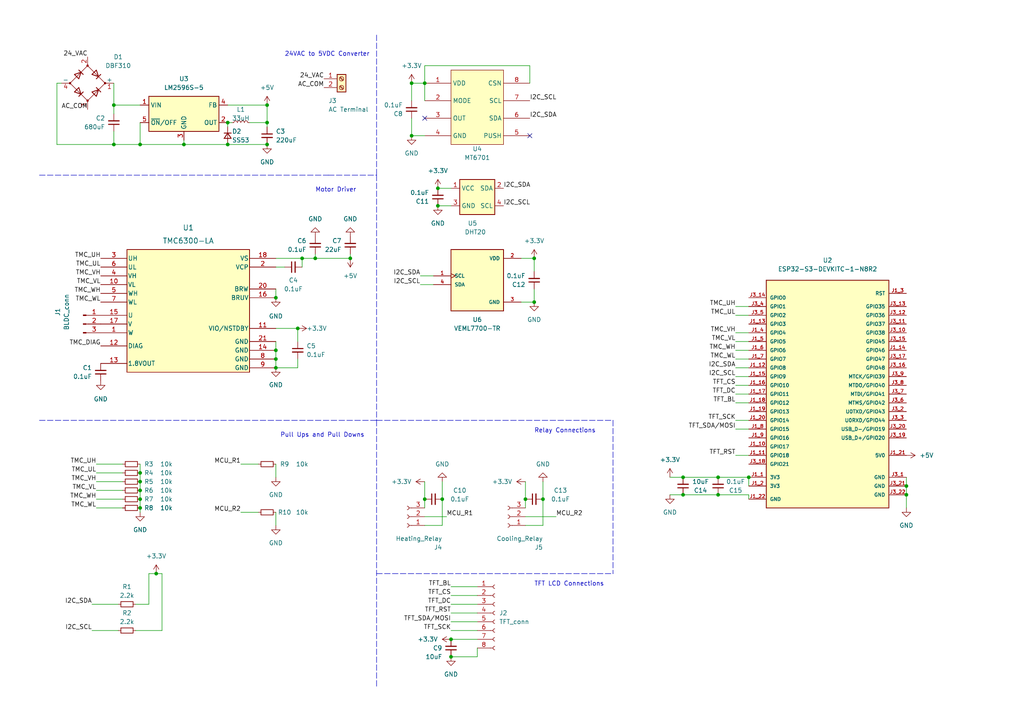
<source format=kicad_sch>
(kicad_sch (version 20211123) (generator eeschema)
  (paper "A4")
  (lib_symbols
    (symbol "2024-01-22_22-53-11:TMC6300-LA" (pin_names (offset 0.254))
      (property "Reference" "U?" (at 25.4 11.43 0))
      (property "Value" "TMC6300-LA" (at 25.4 7.62 0))
      (symbol "TMC6300-LA_0_1"
        (polyline (pts (xy 7.62 -30.48) (xy 43.18 -30.48)) (stroke (width 0.127)))
        (polyline (pts (xy 7.62 5.08) (xy 7.62 -30.48)) (stroke (width 0.127)))
        (polyline (pts (xy 43.18 -30.48) (xy 43.18 5.08)) (stroke (width 0.127)))
        (polyline (pts (xy 43.18 5.08) (xy 7.62 5.08)) (stroke (width 0.127)))
        (rectangle (start 7.62 5.08) (end 43.18 -30.48))
        (rectangle (start 7.62 5.08) (end 43.18 -30.48) (fill (type background)))
        (pin output line (at 0 -19.05 0) (length 7.62) (name "W") (number "1"))
        (pin input line (at 0 -5.08 0) (length 7.62) (name "VL") (number "10"))
        (pin power_in line (at 50.8 -17.78 180) (length 7.62) (name "VIO/NSTDBY") (number "11"))
        (pin output line (at 0 -22.86 0) (length 7.62) (name "DIAG") (number "12"))
        (pin power_in line (at 0 -27.94 0) (length 7.62) (name "1.8VOUT") (number "13"))
        (pin power_out line (at 50.8 -24.13 180) (length 7.62) (name "GND") (number "14"))
        (pin output line (at 0 -13.97 0) (length 7.62) (name "U") (number "15"))
        (pin unspecified line (at 50.8 -8.89 180) (length 7.62) (name "BRUV") (number "16"))
        (pin output line (at 0 -16.51 0) (length 7.62) (name "V") (number "17"))
        (pin power_in line (at 50.8 2.54 180) (length 7.62) (name "VS") (number "18"))
        (pin power_in line (at 50.8 0 180) (length 7.62) (name "VCP") (number "2"))
        (pin unspecified line (at 50.8 -6.35 180) (length 7.62) (name "BRW") (number "20"))
        (pin power_out line (at 50.8 -21.59 180) (length 7.62) (name "GND") (number "21"))
        (pin input line (at 0 2.54 0) (length 7.62) (name "UH") (number "3"))
        (pin input line (at 0 -2.54 0) (length 7.62) (name "VH") (number "4"))
        (pin input line (at 0 -7.62 0) (length 7.62) (name "WH") (number "5"))
        (pin input line (at 0 0 0) (length 7.62) (name "UL") (number "6"))
        (pin input line (at 0 -10.16 0) (length 7.62) (name "WL") (number "7"))
        (pin power_out line (at 50.8 -26.67 180) (length 7.62) (name "GND") (number "8"))
        (pin power_out line (at 50.8 -29.21 180) (length 7.62) (name "GND") (number "9"))
      )
    )
    (symbol "Connector:Conn_01x03_Female" (pin_names (offset 1.016) hide)
      (property "Reference" "J" (at 0 5.08 0))
      (property "Value" "Conn_01x03_Female" (at 0 -5.08 0))
      (symbol "Conn_01x03_Female_1_1"
        (arc (start 0 -2.032) (mid -0.508 -2.54) (end 0 -3.048) (stroke (width 0.1524)))
        (polyline (pts (xy -1.27 -2.54) (xy -0.508 -2.54)) (stroke (width 0.1524)))
        (polyline (pts (xy -1.27 0) (xy -0.508 0)) (stroke (width 0.1524)))
        (polyline (pts (xy -1.27 2.54) (xy -0.508 2.54)) (stroke (width 0.1524)))
        (arc (start 0 0.508) (mid -0.508 0) (end 0 -0.508) (stroke (width 0.1524)))
        (arc (start 0 3.048) (mid -0.508 2.54) (end 0 2.032) (stroke (width 0.1524)))
        (pin passive line (at -5.08 2.54 0) (length 3.81) (name "Pin_1") (number "1"))
        (pin passive line (at -5.08 0 0) (length 3.81) (name "Pin_2") (number "2"))
        (pin passive line (at -5.08 -2.54 0) (length 3.81) (name "Pin_3") (number "3"))
      )
    )
    (symbol "Connector:Conn_01x03_Male" (pin_names (offset 1.016) hide)
      (property "Reference" "J" (at 0 5.08 0))
      (property "Value" "Conn_01x03_Male" (at 0 -5.08 0))
      (symbol "Conn_01x03_Male_1_1"
        (polyline (pts (xy 1.27 -2.54) (xy 0.8636 -2.54)) (stroke (width 0.1524)))
        (polyline (pts (xy 1.27 0) (xy 0.8636 0)) (stroke (width 0.1524)))
        (polyline (pts (xy 1.27 2.54) (xy 0.8636 2.54)) (stroke (width 0.1524)))
        (rectangle (start 0.8636 -2.413) (end 0 -2.667) (stroke (width 0.1524)) (fill (type outline)))
        (rectangle (start 0.8636 0.127) (end 0 -0.127) (stroke (width 0.1524)) (fill (type outline)))
        (rectangle (start 0.8636 2.667) (end 0 2.413) (stroke (width 0.1524)) (fill (type outline)))
        (pin passive line (at 5.08 2.54 180) (length 3.81) (name "Pin_1") (number "1"))
        (pin passive line (at 5.08 0 180) (length 3.81) (name "Pin_2") (number "2"))
        (pin passive line (at 5.08 -2.54 180) (length 3.81) (name "Pin_3") (number "3"))
      )
    )
    (symbol "Connector:Conn_01x08_Female" (pin_names (offset 1.016) hide)
      (property "Reference" "J" (at 0 10.16 0))
      (property "Value" "Conn_01x08_Female" (at 0 -12.7 0))
      (symbol "Conn_01x08_Female_1_1"
        (arc (start 0 -9.652) (mid -0.508 -10.16) (end 0 -10.668) (stroke (width 0.1524)))
        (arc (start 0 -7.112) (mid -0.508 -7.62) (end 0 -8.128) (stroke (width 0.1524)))
        (arc (start 0 -4.572) (mid -0.508 -5.08) (end 0 -5.588) (stroke (width 0.1524)))
        (arc (start 0 -2.032) (mid -0.508 -2.54) (end 0 -3.048) (stroke (width 0.1524)))
        (polyline (pts (xy -1.27 -10.16) (xy -0.508 -10.16)) (stroke (width 0.1524)))
        (polyline (pts (xy -1.27 -7.62) (xy -0.508 -7.62)) (stroke (width 0.1524)))
        (polyline (pts (xy -1.27 -5.08) (xy -0.508 -5.08)) (stroke (width 0.1524)))
        (polyline (pts (xy -1.27 -2.54) (xy -0.508 -2.54)) (stroke (width 0.1524)))
        (polyline (pts (xy -1.27 0) (xy -0.508 0)) (stroke (width 0.1524)))
        (polyline (pts (xy -1.27 2.54) (xy -0.508 2.54)) (stroke (width 0.1524)))
        (polyline (pts (xy -1.27 5.08) (xy -0.508 5.08)) (stroke (width 0.1524)))
        (polyline (pts (xy -1.27 7.62) (xy -0.508 7.62)) (stroke (width 0.1524)))
        (arc (start 0 0.508) (mid -0.508 0) (end 0 -0.508) (stroke (width 0.1524)))
        (arc (start 0 3.048) (mid -0.508 2.54) (end 0 2.032) (stroke (width 0.1524)))
        (arc (start 0 5.588) (mid -0.508 5.08) (end 0 4.572) (stroke (width 0.1524)))
        (arc (start 0 8.128) (mid -0.508 7.62) (end 0 7.112) (stroke (width 0.1524)))
        (pin passive line (at -5.08 7.62 0) (length 3.81) (name "Pin_1") (number "1"))
        (pin passive line (at -5.08 5.08 0) (length 3.81) (name "Pin_2") (number "2"))
        (pin passive line (at -5.08 2.54 0) (length 3.81) (name "Pin_3") (number "3"))
        (pin passive line (at -5.08 0 0) (length 3.81) (name "Pin_4") (number "4"))
        (pin passive line (at -5.08 -2.54 0) (length 3.81) (name "Pin_5") (number "5"))
        (pin passive line (at -5.08 -5.08 0) (length 3.81) (name "Pin_6") (number "6"))
        (pin passive line (at -5.08 -7.62 0) (length 3.81) (name "Pin_7") (number "7"))
        (pin passive line (at -5.08 -10.16 0) (length 3.81) (name "Pin_8") (number "8"))
      )
    )
    (symbol "Connector:Screw_Terminal_01x02" (pin_names (offset 1.016) hide)
      (property "Reference" "J" (at 0 2.54 0))
      (property "Value" "Screw_Terminal_01x02" (at 0 -5.08 0))
      (symbol "Screw_Terminal_01x02_1_1"
        (rectangle (start -1.27 1.27) (end 1.27 -3.81) (stroke (width 0.254)) (fill (type background)))
        (circle (center 0 -2.54) (radius 0.635) (stroke (width 0.1524)))
        (polyline (pts (xy -0.5334 -2.2098) (xy 0.3302 -3.048)) (stroke (width 0.1524)))
        (polyline (pts (xy -0.5334 0.3302) (xy 0.3302 -0.508)) (stroke (width 0.1524)))
        (polyline (pts (xy -0.3556 -2.032) (xy 0.508 -2.8702)) (stroke (width 0.1524)))
        (polyline (pts (xy -0.3556 0.508) (xy 0.508 -0.3302)) (stroke (width 0.1524)))
        (circle (center 0 0) (radius 0.635) (stroke (width 0.1524)))
        (pin passive line (at -5.08 0 0) (length 3.81) (name "Pin_1") (number "1"))
        (pin passive line (at -5.08 -2.54 0) (length 3.81) (name "Pin_2") (number "2"))
      )
    )
    (symbol "Device:C_Small" (pin_numbers hide) (pin_names (offset 0.254) hide)
      (property "Reference" "C" (at 0.254 1.778 0))
      (property "Value" "C_Small" (at 0.254 -2.032 0))
      (symbol "C_Small_0_1"
        (polyline (pts (xy -1.524 -0.508) (xy 1.524 -0.508)) (stroke (width 0.3302)))
        (polyline (pts (xy -1.524 0.508) (xy 1.524 0.508)) (stroke (width 0.3048)))
      )
      (symbol "C_Small_1_1"
        (pin passive line (at 0 2.54 270) (length 2.032) (name "~") (number "1"))
        (pin passive line (at 0 -2.54 90) (length 2.032) (name "~") (number "2"))
      )
    )
    (symbol "Device:D_Bridge_+AA-" (pin_names (offset 0))
      (property "Reference" "D" (at 2.54 6.985 0))
      (property "Value" "D_Bridge_+AA-" (at 2.54 5.08 0))
      (symbol "D_Bridge_+AA-_0_1"
        (circle (center -5.08 0) (radius 0.254) (fill (type outline)))
        (circle (center 0 -5.08) (radius 0.254) (fill (type outline)))
        (polyline (pts (xy -2.54 3.81) (xy -1.27 2.54)) (stroke (width 0.254)))
        (polyline (pts (xy -1.27 -2.54) (xy -2.54 -3.81)) (stroke (width 0.254)))
        (polyline (pts (xy 2.54 -1.27) (xy 3.81 -2.54)) (stroke (width 0.254)))
        (polyline (pts (xy 2.54 1.27) (xy 3.81 2.54)) (stroke (width 0.254)))
        (polyline (pts (xy -3.81 2.54) (xy -2.54 1.27) (xy -1.905 3.175) (xy -3.81 2.54)) (stroke (width 0.254)))
        (polyline (pts (xy -2.54 -1.27) (xy -3.81 -2.54) (xy -1.905 -3.175) (xy -2.54 -1.27)) (stroke (width 0.254)))
        (polyline (pts (xy 1.27 2.54) (xy 2.54 3.81) (xy 3.175 1.905) (xy 1.27 2.54)) (stroke (width 0.254)))
        (polyline (pts (xy 3.175 -1.905) (xy 1.27 -2.54) (xy 2.54 -3.81) (xy 3.175 -1.905)) (stroke (width 0.254)))
        (polyline (pts (xy -5.08 0) (xy 0 -5.08) (xy 5.08 0) (xy 0 5.08) (xy -5.08 0)))
        (circle (center 0 5.08) (radius 0.254) (fill (type outline)))
        (circle (center 5.08 0) (radius 0.254) (fill (type outline)))
      )
      (symbol "D_Bridge_+AA-_1_1"
        (pin passive line (at 7.62 0 180) (length 2.54) (name "+") (number "1"))
        (pin passive line (at 0 7.62 270) (length 2.54) (name "~") (number "2"))
        (pin passive line (at 0 -7.62 90) (length 2.54) (name "~") (number "3"))
        (pin passive line (at -7.62 0 0) (length 2.54) (name "-") (number "4"))
      )
    )
    (symbol "Device:D_Small" (pin_numbers hide) (pin_names (offset 0.254) hide)
      (property "Reference" "D" (at -1.27 2.032 0))
      (property "Value" "D_Small" (at -3.81 -2.032 0))
      (symbol "D_Small_0_1"
        (polyline (pts (xy -0.762 -1.016) (xy -0.762 1.016)) (stroke (width 0.254)))
        (polyline (pts (xy -0.762 0) (xy 0.762 0)))
        (polyline (pts (xy 0.762 -1.016) (xy -0.762 0) (xy 0.762 1.016) (xy 0.762 -1.016)) (stroke (width 0.254)))
      )
      (symbol "D_Small_1_1"
        (pin passive line (at -2.54 0 0) (length 1.778) (name "K") (number "1"))
        (pin passive line (at 2.54 0 180) (length 1.778) (name "A") (number "2"))
      )
    )
    (symbol "Device:L_Small" (pin_numbers hide) (pin_names (offset 0.254) hide)
      (property "Reference" "L" (at 0.762 1.016 0))
      (property "Value" "L_Small" (at 0.762 -1.016 0))
      (symbol "L_Small_0_1"
        (arc (start 0 -2.032) (mid 0.508 -1.524) (end 0 -1.016))
        (arc (start 0 -1.016) (mid 0.508 -0.508) (end 0 0))
        (arc (start 0 0) (mid 0.508 0.508) (end 0 1.016))
        (arc (start 0 1.016) (mid 0.508 1.524) (end 0 2.032))
      )
      (symbol "L_Small_1_1"
        (pin passive line (at 0 2.54 270) (length 0.508) (name "~") (number "1"))
        (pin passive line (at 0 -2.54 90) (length 0.508) (name "~") (number "2"))
      )
    )
    (symbol "Device:R_Small" (pin_numbers hide) (pin_names (offset 0.254) hide)
      (property "Reference" "R" (at 0.762 0.508 0))
      (property "Value" "R_Small" (at 0.762 -1.016 0))
      (symbol "R_Small_0_1"
        (rectangle (start -0.762 1.778) (end 0.762 -1.778) (stroke (width 0.2032)))
      )
      (symbol "R_Small_1_1"
        (pin passive line (at 0 2.54 270) (length 0.762) (name "~") (number "1"))
        (pin passive line (at 0 -2.54 90) (length 0.762) (name "~") (number "2"))
      )
    )
    (symbol "ESP32-S3-DEVKITC-1-N8R2:ESP32-S3-DEVKITC-1-N8R2" (pin_names (offset 1.016))
      (property "Reference" "U2" (at 0 38.8018 0))
      (property "Value" "ESP32-S3-DEVKITC-1-N8R2" (at 0 36.2618 0))
      (symbol "ESP32-S3-DEVKITC-1-N8R2_0_0"
        (rectangle (start -17.78 -33.02) (end 17.78 33.02) (stroke (width 0.254)) (fill (type background)))
        (pin power_in line (at -22.86 -24.13 0) (length 5.08) (name "3V3") (number "J1_1"))
        (pin bidirectional line (at -22.86 -15.24 0) (length 5.08) (name "GPIO17") (number "J1_10"))
        (pin bidirectional line (at -22.86 -17.78 0) (length 5.08) (name "GPIO18") (number "J1_11"))
        (pin bidirectional line (at -22.86 7.62 0) (length 5.08) (name "GPIO8") (number "J1_12"))
        (pin bidirectional line (at -22.86 20.32 0) (length 5.08) (name "GPIO3") (number "J1_13"))
        (pin bidirectional line (at 22.86 12.7 180) (length 5.08) (name "GPIO46") (number "J1_14"))
        (pin bidirectional line (at -22.86 5.08 0) (length 5.08) (name "GPIO9") (number "J1_15"))
        (pin bidirectional line (at -22.86 2.54 0) (length 5.08) (name "GPIO10") (number "J1_16"))
        (pin bidirectional line (at -22.86 0 0) (length 5.08) (name "GPIO11") (number "J1_17"))
        (pin bidirectional line (at -22.86 -2.54 0) (length 5.08) (name "GPIO12") (number "J1_18"))
        (pin bidirectional line (at -22.86 -5.08 0) (length 5.08) (name "GPIO13") (number "J1_19"))
        (pin power_in line (at -22.86 -26.67 0) (length 5.08) (name "3V3") (number "J1_2"))
        (pin bidirectional line (at -22.86 -7.62 0) (length 5.08) (name "GPIO14") (number "J1_20"))
        (pin power_in line (at 22.86 -17.78 180) (length 5.08) (name "5V0") (number "J1_21"))
        (pin power_in line (at -22.86 -30.48 0) (length 5.08) (name "GND") (number "J1_22"))
        (pin input line (at 22.86 29.21 180) (length 5.08) (name "RST") (number "J1_3"))
        (pin bidirectional line (at -22.86 17.78 0) (length 5.08) (name "GPIO4") (number "J1_4"))
        (pin bidirectional line (at -22.86 15.24 0) (length 5.08) (name "GPIO5") (number "J1_5"))
        (pin bidirectional line (at -22.86 12.7 0) (length 5.08) (name "GPIO6") (number "J1_6"))
        (pin bidirectional line (at -22.86 10.16 0) (length 5.08) (name "GPIO7") (number "J1_7"))
        (pin bidirectional line (at -22.86 -10.16 0) (length 5.08) (name "GPIO15") (number "J1_8"))
        (pin bidirectional line (at -22.86 -12.7 0) (length 5.08) (name "GPIO16") (number "J1_9"))
        (pin power_in line (at 22.86 -24.13 180) (length 5.08) (name "GND") (number "J3_1"))
        (pin bidirectional line (at 22.86 17.78 180) (length 5.08) (name "GPIO38") (number "J3_10"))
        (pin bidirectional line (at 22.86 20.32 180) (length 5.08) (name "GPIO37") (number "J3_11"))
        (pin bidirectional line (at 22.86 22.86 180) (length 5.08) (name "GPIO36") (number "J3_12"))
        (pin bidirectional line (at 22.86 25.4 180) (length 5.08) (name "GPIO35") (number "J3_13"))
        (pin bidirectional line (at -22.86 27.94 0) (length 5.08) (name "GPIO0") (number "J3_14"))
        (pin bidirectional line (at 22.86 15.24 180) (length 5.08) (name "GPIO45") (number "J3_15"))
        (pin bidirectional line (at 22.86 7.62 180) (length 5.08) (name "GPIO48") (number "J3_16"))
        (pin bidirectional line (at 22.86 10.16 180) (length 5.08) (name "GPIO47") (number "J3_17"))
        (pin bidirectional line (at -22.86 -20.32 0) (length 5.08) (name "GPIO21") (number "J3_18"))
        (pin bidirectional line (at 22.86 -12.7 180) (length 5.08) (name "USB_D+/GPIO20") (number "J3_19"))
        (pin bidirectional line (at 22.86 -5.08 180) (length 5.08) (name "U0TXD/GPIO43") (number "J3_2"))
        (pin bidirectional line (at 22.86 -10.16 180) (length 5.08) (name "USB_D-/GPIO19") (number "J3_20"))
        (pin power_in line (at 22.86 -26.67 180) (length 5.08) (name "GND") (number "J3_21"))
        (pin power_in line (at 22.86 -29.21 180) (length 5.08) (name "GND") (number "J3_22"))
        (pin bidirectional line (at 22.86 -7.62 180) (length 5.08) (name "U0RXD/GPIO44") (number "J3_3"))
        (pin bidirectional line (at -22.86 25.4 0) (length 5.08) (name "GPIO1") (number "J3_4"))
        (pin bidirectional line (at -22.86 22.86 0) (length 5.08) (name "GPIO2") (number "J3_5"))
        (pin bidirectional line (at 22.86 -2.54 180) (length 5.08) (name "MTMS/GPIO42") (number "J3_6"))
        (pin bidirectional line (at 22.86 0 180) (length 5.08) (name "MTDI/GPIO41") (number "J3_7"))
        (pin bidirectional line (at 22.86 2.54 180) (length 5.08) (name "MTDO/GPIO40") (number "J3_8"))
        (pin bidirectional line (at 22.86 5.08 180) (length 5.08) (name "MTCK/GPIO39") (number "J3_9"))
      )
    )
    (symbol "MT6701_1"
      (property "Reference" "U?" (at 6.35 26.67 0))
      (property "Value" "MT6701_1" (at 8.255 24.13 0))
      (symbol "MT6701_1_0_1"
        (rectangle (start 0 21.59) (end 15.24 0) (fill (type background)))
        (pin input line (at -7.62 17.78 0) (length 7.62) (name "VDD") (number "1"))
        (pin input line (at -7.62 12.7 0) (length 7.62) (name "MODE") (number "2"))
        (pin output line (at -7.62 7.62 0) (length 7.62) (name "OUT") (number "3"))
        (pin free line (at -7.62 2.54 0) (length 7.62) (name "GND") (number "4"))
        (pin output line (at 22.86 2.54 180) (length 7.62) (name "PUSH") (number "5"))
        (pin output line (at 22.86 7.62 180) (length 7.62) (name "SDA") (number "6"))
        (pin output line (at 22.86 12.7 180) (length 7.62) (name "SCL") (number "7"))
        (pin output line (at 22.86 17.78 180) (length 7.62) (name "CSN") (number "8"))
      )
    )
    (symbol "Regulator_Switching:LM2596S-5"
      (property "Reference" "U" (at -10.16 6.35 0))
      (property "Value" "LM2596S-5" (at 0 6.35 0))
      (symbol "LM2596S-5_0_1"
        (rectangle (start -10.16 5.08) (end 10.16 -5.08) (stroke (width 0.254)) (fill (type background)))
      )
      (symbol "LM2596S-5_1_1"
        (pin power_in line (at -12.7 2.54 0) (length 2.54) (name "VIN") (number "1"))
        (pin output line (at 12.7 -2.54 180) (length 2.54) (name "OUT") (number "2"))
        (pin power_in line (at 0 -7.62 90) (length 2.54) (name "GND") (number "3"))
        (pin input line (at 12.7 2.54 180) (length 2.54) (name "FB") (number "4"))
        (pin input line (at -12.7 -2.54 0) (length 2.54) (name "~{ON}/OFF") (number "5"))
      )
    )
    (symbol "Sensor:DHT11"
      (property "Reference" "U?" (at 3.81 10.1601 0))
      (property "Value" "DHT20" (at 3.81 7.6201 0))
      (symbol "DHT11_0_1"
        (rectangle (start -5.08 5.08) (end 5.08 -5.08) (stroke (width 0.254)) (fill (type background)))
      )
      (symbol "DHT11_1_1"
        (pin power_in line (at -7.62 2.54 0) (length 2.54) (name "VCC") (number "1"))
        (pin output line (at 7.62 2.54 180) (length 2.54) (name "SDA") (number "2"))
        (pin power_in line (at -7.62 -2.54 0) (length 2.54) (name "GND") (number "3"))
        (pin output line (at 7.62 -2.54 180) (length 2.54) (name "SCL") (number "4"))
      )
    )
    (symbol "VEML7700-TR:VEML7700-TR" (pin_names (offset 1.016))
      (property "Reference" "U" (at -7.62 10.795 0))
      (property "Value" "VEML7700-TR" (at -7.62 -10.16 0))
      (symbol "VEML7700-TR_0_0"
        (rectangle (start -7.62 -7.62) (end 7.62 10.16) (stroke (width 0.254)) (fill (type background)))
        (pin input clock (at -12.7 2.54 0) (length 5.08) (name "SCL") (number "1"))
        (pin power_in line (at 12.7 7.62 180) (length 5.08) (name "VDD") (number "2"))
        (pin power_in line (at 12.7 -5.08 180) (length 5.08) (name "GND") (number "3"))
        (pin bidirectional line (at -12.7 0 0) (length 5.08) (name "SDA") (number "4"))
      )
    )
    (symbol "power:+3.3V" (power) (pin_names (offset 0))
      (property "Value" "+3.3V" (at 0 3.556 0))
      (symbol "+3.3V_0_1"
        (polyline (pts (xy -0.762 1.27) (xy 0 2.54)))
        (polyline (pts (xy 0 0) (xy 0 2.54)))
        (polyline (pts (xy 0 2.54) (xy 0.762 1.27)))
      )
      (symbol "+3.3V_1_1"
        (pin power_in line (at 0 0 90) (length 0) hide (name "+3.3V") (number "1"))
      )
    )
    (symbol "power:+5V" (power) (pin_names (offset 0))
      (property "Value" "+5V" (at 0 3.556 0))
      (symbol "+5V_0_1"
        (polyline (pts (xy -0.762 1.27) (xy 0 2.54)))
        (polyline (pts (xy 0 0) (xy 0 2.54)))
        (polyline (pts (xy 0 2.54) (xy 0.762 1.27)))
      )
      (symbol "+5V_1_1"
        (pin power_in line (at 0 0 90) (length 0) hide (name "+5V") (number "1"))
      )
    )
    (symbol "power:GND" (power) (pin_names (offset 0))
      (property "Value" "GND" (at 0 -3.81 0))
      (symbol "GND_0_1"
        (polyline (pts (xy 0 0) (xy 0 -1.27) (xy 1.27 -1.27) (xy 0 -2.54) (xy -1.27 -1.27) (xy 0 -1.27)))
      )
      (symbol "GND_1_1"
        (pin power_in line (at 0 0 270) (length 0) hide (name "GND") (number "1"))
      )
    )
  )
  (junction (at 53.34 41.91))
  (junction (at 33.02 41.91))
  (junction (at 217.17 138.43))
  (junction (at 45.3101 166.37))
  (junction (at 154.94 74.93))
  (junction (at 40.64 142.24))
  (junction (at 66.04 35.56))
  (junction (at 130.81 190.5))
  (junction (at 77.47 41.91))
  (junction (at 40.64 147.32))
  (junction (at 152.4 144.78))
  (junction (at 119.38 39.37))
  (junction (at 66.04 41.91))
  (junction (at 198.12 143.51))
  (junction (at 208.28 138.43))
  (junction (at 33.02 30.48))
  (junction (at 157.48 144.78))
  (junction (at 80.01 104.14))
  (junction (at 127 54.61))
  (junction (at 77.47 30.48))
  (junction (at 80.01 101.6))
  (junction (at 86.36 95.25))
  (junction (at 40.64 144.78))
  (junction (at 154.94 87.63))
  (junction (at 87.63 74.93))
  (junction (at 262.89 143.51))
  (junction (at 77.47 35.56))
  (junction (at 80.01 106.68))
  (junction (at 119.38 24.13))
  (junction (at 262.89 140.97))
  (junction (at 91.44 74.93))
  (junction (at 123.19 24.13))
  (junction (at 130.81 185.42))
  (junction (at 123.19 144.78))
  (junction (at 208.28 143.51))
  (junction (at 80.01 86.36))
  (junction (at 40.64 41.91))
  (junction (at 128.27 144.78))
  (junction (at 127 59.69))
  (junction (at 198.12 138.43))
  (junction (at 40.64 137.16))
  (junction (at 101.6 74.93))
  (junction (at 40.64 139.7))
  (no_connect (at 153.67 39.37))
  (no_connect (at 123.19 34.29))
  (wire (pts (xy 128.27 139.7) (xy 128.27 144.78)))
  (wire (pts (xy 213.36 99.06) (xy 217.17 99.06)))
  (wire (pts (xy 130.81 175.26) (xy 138.43 175.26)))
  (wire (pts (xy 130.81 182.88) (xy 138.43 182.88)))
  (wire (pts (xy 153.67 19.05) (xy 153.67 24.13)))
  (wire (pts (xy 77.47 30.48) (xy 77.47 35.56)))
  (wire (pts (xy 130.81 185.42) (xy 138.43 185.42)))
  (wire (pts (xy 128.27 144.78) (xy 128.27 152.4)))
  (wire (pts (xy 127 59.69) (xy 130.81 59.69)))
  (wire (pts (xy 39.37 175.26) (xy 43.18 175.26)))
  (wire (pts (xy 154.94 83.82) (xy 154.94 87.63)))
  (wire (pts (xy 213.36 106.68) (xy 217.17 106.68)))
  (wire (pts (xy 123.19 149.86) (xy 129.54 149.86)))
  (wire (pts (xy 86.36 106.68) (xy 86.36 104.14)))
  (wire (pts (xy 213.36 88.9) (xy 217.17 88.9)))
  (wire (pts (xy 213.36 116.84) (xy 217.17 116.84)))
  (wire (pts (xy 154.94 87.63) (xy 151.13 87.63)))
  (wire (pts (xy 123.19 147.32) (xy 123.19 144.78)))
  (wire (pts (xy 119.38 29.21) (xy 119.38 24.13)))
  (wire (pts (xy 80.01 77.47) (xy 82.55 77.47)))
  (wire (pts (xy 123.19 19.05) (xy 153.67 19.05)))
  (wire (pts (xy 80.01 99.06) (xy 80.01 101.6)))
  (wire (pts (xy 33.02 38.1) (xy 33.02 41.91)))
  (wire (pts (xy 66.04 30.48) (xy 77.47 30.48)))
  (wire (pts (xy 128.27 152.4) (xy 123.19 152.4)))
  (wire (pts (xy 152.4 149.86) (xy 161.29 149.86)))
  (wire (pts (xy 40.64 35.56) (xy 40.64 41.91)))
  (wire (pts (xy 123.19 24.13) (xy 123.19 29.21)))
  (polyline (pts (xy 109.22 121.92) (xy 109.22 199.39)))
  (wire (pts (xy 91.44 73.66) (xy 91.44 74.93)))
  (wire (pts (xy 157.48 152.4) (xy 152.4 152.4)))
  (polyline (pts (xy 95.25 50.8) (xy 109.22 50.8)))
  (polyline (pts (xy 109.22 121.92) (xy 177.8 121.92)))
  (wire (pts (xy 123.19 24.13) (xy 123.19 19.05)))
  (wire (pts (xy 119.38 39.37) (xy 123.19 39.37)))
  (wire (pts (xy 45.3101 166.37) (xy 46.99 166.37)))
  (wire (pts (xy 26.67 182.88) (xy 34.29 182.88)))
  (wire (pts (xy 80.01 106.68) (xy 86.36 106.68)))
  (wire (pts (xy 213.36 114.3) (xy 217.17 114.3)))
  (wire (pts (xy 46.99 182.88) (xy 39.37 182.88)))
  (wire (pts (xy 123.19 144.78) (xy 123.19 139.7)))
  (wire (pts (xy 130.81 172.72) (xy 138.43 172.72)))
  (polyline (pts (xy 177.8 121.92) (xy 177.8 166.37)))
  (wire (pts (xy 40.64 30.48) (xy 33.02 30.48)))
  (wire (pts (xy 213.36 91.44) (xy 217.17 91.44)))
  (polyline (pts (xy 11.43 50.8) (xy 95.25 50.8)))
  (wire (pts (xy 33.02 30.48) (xy 33.02 33.02)))
  (wire (pts (xy 130.81 177.8) (xy 138.43 177.8)))
  (wire (pts (xy 27.94 142.24) (xy 35.56 142.24)))
  (wire (pts (xy 213.36 109.22) (xy 217.17 109.22)))
  (wire (pts (xy 27.94 147.32) (xy 35.56 147.32)))
  (wire (pts (xy 213.36 132.08) (xy 217.17 132.08)))
  (wire (pts (xy 40.64 137.16) (xy 40.64 139.7)))
  (wire (pts (xy 80.01 95.25) (xy 86.36 95.25)))
  (wire (pts (xy 33.02 24.13) (xy 33.02 30.48)))
  (wire (pts (xy 16.51 24.13) (xy 16.51 41.91)))
  (wire (pts (xy 138.43 190.5) (xy 130.81 190.5)))
  (wire (pts (xy 40.64 134.62) (xy 40.64 137.16)))
  (wire (pts (xy 69.85 148.59) (xy 74.93 148.59)))
  (wire (pts (xy 40.64 142.24) (xy 40.64 144.78)))
  (wire (pts (xy 262.89 138.43) (xy 262.89 140.97)))
  (wire (pts (xy 130.81 170.18) (xy 138.43 170.18)))
  (wire (pts (xy 101.6 73.66) (xy 101.6 74.93)))
  (wire (pts (xy 119.38 34.29) (xy 119.38 39.37)))
  (wire (pts (xy 157.48 139.7) (xy 157.48 144.78)))
  (wire (pts (xy 43.18 175.26) (xy 43.18 166.37)))
  (wire (pts (xy 66.04 35.56) (xy 67.31 35.56)))
  (wire (pts (xy 152.4 147.32) (xy 152.4 144.78)))
  (wire (pts (xy 127 54.61) (xy 130.81 54.61)))
  (wire (pts (xy 53.34 40.64) (xy 53.34 41.91)))
  (wire (pts (xy 77.47 35.56) (xy 72.39 35.56)))
  (wire (pts (xy 80.01 148.59) (xy 80.01 152.4)))
  (wire (pts (xy 80.01 74.93) (xy 87.63 74.93)))
  (wire (pts (xy 43.18 166.37) (xy 45.3101 166.37)))
  (wire (pts (xy 152.4 144.78) (xy 152.4 139.7)))
  (wire (pts (xy 27.94 139.7) (xy 35.56 139.7)))
  (wire (pts (xy 80.01 83.82) (xy 80.01 86.36)))
  (wire (pts (xy 213.36 104.14) (xy 217.17 104.14)))
  (wire (pts (xy 213.36 101.6) (xy 217.17 101.6)))
  (wire (pts (xy 119.38 24.13) (xy 123.19 24.13)))
  (wire (pts (xy 213.36 111.76) (xy 217.17 111.76)))
  (wire (pts (xy 77.47 41.91) (xy 66.04 41.91)))
  (wire (pts (xy 16.51 41.91) (xy 33.02 41.91)))
  (wire (pts (xy 213.36 96.52) (xy 217.17 96.52)))
  (wire (pts (xy 27.94 137.16) (xy 35.56 137.16)))
  (wire (pts (xy 46.99 166.37) (xy 46.99 182.88)))
  (wire (pts (xy 217.17 138.43) (xy 217.17 140.97)))
  (wire (pts (xy 91.44 74.93) (xy 87.63 74.93)))
  (wire (pts (xy 121.92 80.01) (xy 125.73 80.01)))
  (wire (pts (xy 157.48 144.78) (xy 157.48 152.4)))
  (wire (pts (xy 208.28 143.51) (xy 198.12 143.51)))
  (wire (pts (xy 154.94 74.93) (xy 151.13 74.93)))
  (polyline (pts (xy 109.22 50.8) (xy 109.22 121.92)))
  (polyline (pts (xy 11.43 121.92) (xy 109.22 121.92)))
  (wire (pts (xy 40.64 139.7) (xy 40.64 142.24)))
  (wire (pts (xy 69.85 134.62) (xy 74.93 134.62)))
  (wire (pts (xy 194.31 138.43) (xy 198.12 138.43)))
  (wire (pts (xy 101.6 74.93) (xy 91.44 74.93)))
  (wire (pts (xy 77.47 36.83) (xy 77.47 35.56)))
  (wire (pts (xy 66.04 36.83) (xy 66.04 35.56)))
  (wire (pts (xy 130.81 180.34) (xy 138.43 180.34)))
  (wire (pts (xy 40.64 41.91) (xy 53.34 41.91)))
  (wire (pts (xy 80.01 104.14) (xy 80.01 106.68)))
  (wire (pts (xy 27.94 144.78) (xy 35.56 144.78)))
  (wire (pts (xy 16.51 24.13) (xy 17.78 24.13)))
  (wire (pts (xy 217.17 144.78) (xy 217.17 143.51)))
  (wire (pts (xy 80.01 101.6) (xy 80.01 104.14)))
  (wire (pts (xy 208.28 138.43) (xy 217.17 138.43)))
  (wire (pts (xy 53.34 41.91) (xy 66.04 41.91)))
  (wire (pts (xy 80.01 134.62) (xy 80.01 138.43)))
  (wire (pts (xy 213.36 124.46) (xy 217.17 124.46)))
  (wire (pts (xy 194.31 143.51) (xy 198.12 143.51)))
  (wire (pts (xy 154.94 78.74) (xy 154.94 74.93)))
  (wire (pts (xy 217.17 143.51) (xy 208.28 143.51)))
  (wire (pts (xy 26.67 175.26) (xy 34.29 175.26)))
  (wire (pts (xy 40.64 147.32) (xy 40.64 148.59)))
  (wire (pts (xy 262.89 140.97) (xy 262.89 143.51)))
  (polyline (pts (xy 109.22 10.16) (xy 109.22 50.8)))
  (wire (pts (xy 33.02 41.91) (xy 40.64 41.91)))
  (wire (pts (xy 86.36 95.25) (xy 86.36 99.06)))
  (wire (pts (xy 87.63 74.93) (xy 87.63 77.47)))
  (wire (pts (xy 40.64 144.78) (xy 40.64 147.32)))
  (polyline (pts (xy 109.22 166.37) (xy 177.8 166.37)))
  (wire (pts (xy 198.12 138.43) (xy 208.28 138.43)))
  (wire (pts (xy 213.36 121.92) (xy 217.17 121.92)))
  (wire (pts (xy 121.92 82.55) (xy 125.73 82.55)))
  (wire (pts (xy 262.89 143.51) (xy 262.89 147.32)))
  (wire (pts (xy 27.94 134.62) (xy 35.56 134.62)))
  (wire (pts (xy 138.43 187.96) (xy 138.43 190.5)))
  (text "Motor Driver\n" (at 91.44 55.88 0) (effects (font (size 1.27 1.27)) (justify left bottom)))
  (text "TFT LCD Connections\n" (at 154.94 170.18 0) (effects (font (size 1.27 1.27)) (justify left bottom)))
  (text "Pull Ups and Pull Downs" (at 81.28 127 0) (effects (font (size 1.27 1.27)) (justify left bottom)))
  (text "24VAC to 5VDC Converter" (at 82.55 16.51 0) (effects (font (size 1.27 1.27)) (justify left bottom)))
  (text "Relay Connections\n" (at 154.94 125.73 0) (effects (font (size 1.27 1.27)) (justify left bottom)))
  (label "TMC_VH" (at 27.94 139.7 180))
  (label "TFT_CS" (at 213.36 111.76 180))
  (label "MCU_R2" (at 69.85 148.59 180))
  (label "TFT_RST" (at 213.36 132.08 180))
  (label "TMC_UL" (at 213.36 91.44 180))
  (label "TMC_DIAG" (at 29.21 100.33 180))
  (label "I2C_SDA" (at 153.67 34.29 0))
  (label "TMC_VL" (at 27.94 142.24 180))
  (label "AC_COM" (at 25.4 31.75 180))
  (label "TFT_BL" (at 213.36 116.84 180))
  (label "24_VAC" (at 93.98 22.86 180))
  (label "MCU_R1" (at 129.54 149.86 0))
  (label "AC_COM" (at 93.98 25.4 180))
  (label "I2C_SDA" (at 26.67 175.26 180))
  (label "TFT_SCK" (at 130.81 182.88 180))
  (label "TMC_VL" (at 29.21 82.55 180))
  (label "I2C_SCL" (at 153.67 29.21 0))
  (label "24_VAC" (at 25.4 16.51 180))
  (label "I2C_SCL" (at 121.92 82.55 180))
  (label "I2C_SDA" (at 121.92 80.01 180))
  (label "I2C_SDA" (at 213.36 106.68 180))
  (label "MCU_R2" (at 161.29 149.86 0))
  (label "TMC_UL" (at 29.21 77.47 180))
  (label "TFT_CS" (at 130.81 172.72 180))
  (label "MCU_R1" (at 69.85 134.62 180))
  (label "I2C_SCL" (at 26.67 182.88 180))
  (label "TMC_WH" (at 29.21 85.09 180))
  (label "TMC_VH" (at 213.36 96.52 180))
  (label "TMC_WL" (at 27.94 147.32 180))
  (label "TMC_WL" (at 29.21 87.63 180))
  (label "I2C_SDA" (at 146.05 54.61 0))
  (label "TMC_UH" (at 27.94 134.62 180))
  (label "TFT_BL" (at 130.81 170.18 180))
  (label "I2C_SCL" (at 213.36 109.22 180))
  (label "TFT_RST" (at 130.81 177.8 180))
  (label "TMC_UL" (at 27.94 137.16 180))
  (label "TMC_VH" (at 29.21 80.01 180))
  (label "TMC_UH" (at 213.36 88.9 180))
  (label "TMC_WH" (at 27.94 144.78 180))
  (label "TMC_WL" (at 213.36 104.14 180))
  (label "TMC_UH" (at 29.21 74.93 180))
  (label "TFT_SDA{slash}MOSI" (at 130.81 180.34 180))
  (label "TMC_VL" (at 213.36 99.06 180))
  (label "TFT_DC" (at 130.81 175.26 180))
  (label "TFT_SCK" (at 213.36 121.92 180))
  (label "I2C_SCL" (at 146.05 59.69 0))
  (label "TFT_SDA{slash}MOSI" (at 213.36 124.46 180))
  (label "TFT_DC" (at 213.36 114.3 180))
  (label "TMC_WH" (at 213.36 101.6 180))
  (symbol (lib_id "power:+3.3V") (at 130.81 185.42 90) (unit 1)
    (property "Reference" "#PWR0117" (effects hide))
    (property "Value" "+3.3V" (at 127 185.4199 90) (effects (justify left)))
  )
  (symbol (lib_id "power:GND") (at 194.31 143.51 0) (unit 1)
    (property "Reference" "#PWR0124" (effects hide))
    (property "Value" "GND" (at 194.31 148.59 0))
  )
  (symbol (lib_id "power:+3.3V") (at 127 54.61 0) (unit 1)
    (property "Reference" "#PWR0118" (effects hide))
    (property "Value" "+3.3V" (at 127 49.53 0))
  )
  (symbol (lib_id "Connector:Conn_01x08_Female") (at 143.51 177.8 0) (unit 1)
    (property "Reference" "J2" (at 144.78 177.7999 0) (effects (justify left)))
    (property "Value" "TFT_conn" (at 144.78 180.3399 0) (effects (justify left)))
    (property "Footprint" "Connector_Molex:Molex_Panelmate_53780-0870_1x08-1MP_P1.25mm_Horizontal" (effects hide))
  )
  (symbol (lib_id "power:+5V") (at 77.47 30.48 0) (unit 1)
    (property "Reference" "#PWR0104" (effects hide))
    (property "Value" "+5V" (at 77.47 25.4 0))
  )
  (symbol (lib_id "power:+3.3V") (at 86.36 95.25 270) (unit 1)
    (property "Reference" "#PWR0109" (effects hide))
    (property "Value" "+3.3V" (at 88.9 95.25 90) (effects (justify left)))
  )
  (symbol (lib_id "power:GND") (at 40.64 148.59 0) (unit 1)
    (property "Reference" "#PWR0114" (effects hide))
    (property "Value" "GND" (at 40.64 153.67 0))
  )
  (symbol (lib_id "power:GND") (at 154.94 87.63 0) (unit 1)
    (property "Reference" "#PWR0123" (effects hide))
    (property "Value" "GND" (at 154.94 92.71 0))
  )
  (symbol (lib_id "Device:R_Small") (at 38.1 139.7 270) (mirror x) (unit 1)
    (property "Reference" "R5" (at 43.18 139.7 90))
    (property "Value" "10k" (at 48.26 139.7 90))
    (property "Footprint" "Resistor_SMD:R_0201_0603Metric" (effects hide))
  )
  (symbol (lib_id "Device:C_Small") (at 85.09 77.47 90) (mirror x) (unit 1)
    (property "Reference" "C4" (at 85.09 81.28 90))
    (property "Value" "0.1uF" (at 85.09 83.82 90))
    (property "Footprint" "Capacitor_SMD:C_0603_1608Metric" (effects hide))
  )
  (symbol (lib_name "MT6701_1") (lib_id "MT6701:MT6701") (at 130.81 41.91 0) (unit 1)
    (property "Reference" "U4" (at 138.43 43.18 0))
    (property "Value" "MT6701" (at 138.43 45.72 0))
    (property "Footprint" "MT6701:MT6701" (effects hide))
  )
  (symbol (lib_id "Device:C_Small") (at 154.94 81.28 0) (mirror x) (unit 1)
    (property "Reference" "C12" (at 152.4 82.5438 0) (effects (justify right)))
    (property "Value" "0.1uF" (at 152.4 80.0038 0) (effects (justify right)))
    (property "Footprint" "Capacitor_SMD:C_0603_1608Metric" (effects hide))
  )
  (symbol (lib_id "Device:R_Small") (at 38.1 134.62 270) (mirror x) (unit 1)
    (property "Reference" "R3" (at 43.18 134.62 90))
    (property "Value" "10k" (at 48.26 134.62 90))
    (property "Footprint" "Resistor_SMD:R_0201_0603Metric" (effects hide))
  )
  (symbol (lib_id "power:+3.3V") (at 154.94 74.93 0) (unit 1)
    (property "Reference" "#PWR0120" (effects hide))
    (property "Value" "+3.3V" (at 154.94 69.85 0))
  )
  (symbol (lib_id "Device:R_Small") (at 77.47 148.59 270) (mirror x) (unit 1)
    (property "Reference" "R10" (at 82.55 148.59 90))
    (property "Value" "10k" (at 87.63 148.59 90))
    (property "Footprint" "Resistor_SMD:R_0201_0603Metric" (effects hide))
  )
  (symbol (lib_id "power:GND") (at 119.38 39.37 0) (unit 1)
    (property "Reference" "#PWR0113" (effects hide))
    (property "Value" "GND" (at 119.38 44.45 0))
  )
  (symbol (lib_id "Device:C_Small") (at 125.73 144.78 90) (mirror x) (unit 1)
    (property "Reference" "C10" (at 133.35 142.24 90))
    (property "Value" "0.1uF" (at 133.35 144.78 90))
    (property "Footprint" "Capacitor_SMD:C_0603_1608Metric" (effects hide))
  )
  (symbol (lib_id "Connector:Screw_Terminal_01x02") (at 99.06 22.86 0) (unit 1)
    (property "Reference" "J3" (at 95.25 29.21 0) (effects (justify left)))
    (property "Value" "AC Terminal" (at 95.25 31.75 0) (effects (justify left)))
    (property "Footprint" "Connector_PinHeader_2.54mm:PinHeader_1x02_P2.54mm_Vertical" (effects hide))
  )
  (symbol (lib_id "power:GND") (at 80.01 152.4 0) (unit 1)
    (property "Reference" "#PWR0101" (effects hide))
    (property "Value" "GND" (at 80.01 157.48 0))
  )
  (symbol (lib_id "Device:C_Small") (at 208.28 140.97 180) (unit 1)
    (property "Reference" "C15" (at 213.36 142.24 0))
    (property "Value" "0.1uF" (at 213.36 139.7 0))
    (property "Footprint" "Capacitor_SMD:C_0603_1608Metric" (effects hide))
  )
  (symbol (lib_id "ESP32-S3-DEVKITC-1-N8R2:ESP32-S3-DEVKITC-1-N8R2") (at 240.03 114.3 0) (unit 1)
    (property "Reference" "U2" (at 240.03 75.4982 0))
    (property "Value" "ESP32-S3-DEVKITC-1-N8R2" (at 240.03 78.0382 0))
    (property "Footprint" "ESP32-S3-DEVKITC-1-N8R2:XCVR_ESP32-S3-DEVKITC-1-N8R2" (effects hide))
    (property "MF" "Espressif Systems" (effects hide))
    (property "Description" "\nWiFi Development Tools - 802.11 (Engineering Samples Only) ESP32-S3 General-Purpose Development Board, ESP32-S3-WROOM-1-N8R2, with Pin Header\n" (effects hide))
    (property "Package" "None" (effects hide))
    (property "Price" "None" (effects hide))
    (property "Check_prices" "https://www.snapeda.com/parts/ESP32-S3-DEVKITC-1-N8R2/Espressif+Systems/view-part/?ref=eda" (effects hide))
    (property "STANDARD" "Manufacturer Recommendations" (effects hide))
    (property "PARTREV" "V1" (effects hide))
    (property "SnapEDA_Link" "https://www.snapeda.com/parts/ESP32-S3-DEVKITC-1-N8R2/Espressif+Systems/view-part/?ref=snap" (effects hide))
    (property "MP" "ESP32-S3-DEVKITC-1-N8R2" (effects hide))
    (property "Purchase-URL" "https://www.snapeda.com/api/url_track_click_mouser/?unipart_id=8918256&manufacturer=Espressif Systems&part_name=ESP32-S3-DEVKITC-1-N8R2&search_term=None" (effects hide))
    (property "Availability" "In Stock" (effects hide))
    (property "MANUFACTURER" "Espressif" (effects hide))
  )
  (symbol (lib_id "Device:D_Small") (at 66.04 39.37 270) (unit 1)
    (property "Reference" "D2" (at 67.31 38.0999 90) (effects (justify left)))
    (property "Value" "SS53" (at 67.31 40.64 90) (effects (justify left)))
    (property "Footprint" "Diode_SMD:D_SMB" (effects hide))
  )
  (symbol (lib_id "VEML7700-TR:VEML7700-TR") (at 138.43 82.55 0) (unit 1)
    (property "Reference" "U6" (at 138.43 92.71 0))
    (property "Value" "VEML7700-TR" (at 138.43 95.25 0))
    (property "Footprint" "VEML7700-TR:XDCR_VEML7700-TR" (effects hide))
    (property "MF" "Vishay" (effects hide))
    (property "MAXIMUM_PACKAGE_HEIGHT" "3 mm" (effects hide))
    (property "Package" "Package" (effects hide))
    (property "Price" "None" (effects hide))
    (property "Check_prices" "https://www.snapeda.com/parts/VEML7700-TR/Vishay+Semiconductor+Opto+Division/view-part/?ref=eda" (effects hide))
    (property "STANDARD" "Manufacturer Recommendations" (effects hide))
    (property "PARTREV" "1.6" (effects hide))
    (property "SnapEDA_Link" "https://www.snapeda.com/parts/VEML7700-TR/Vishay+Semiconductor+Opto+Division/view-part/?ref=snap" (effects hide))
    (property "MP" "VEML7700-TR" (effects hide))
    (property "Purchase-URL" "https://www.snapeda.com/api/url_track_click_mouser/?unipart_id=620383&manufacturer=Vishay&part_name=VEML7700-TR&search_term=None" (effects hide))
    (property "Description" "\nOptical Sensor Ambient 545nm I2C 4-SMD, J-Lead\n" (effects hide))
    (property "MANUFACTURER" "Vishay" (effects hide))
    (property "Availability" "In Stock" (effects hide))
    (property "SNAPEDA_PN" "VEML7700-TR" (effects hide))
  )
  (symbol (lib_id "Connector:Conn_01x03_Female") (at 147.32 149.86 180) (unit 1)
    (property "Reference" "J5" (at 157.48 158.75 0) (effects (justify left)))
    (property "Value" "Cooling_Relay" (at 157.48 156.21 0) (effects (justify left)))
    (property "Footprint" "Connector_PinHeader_2.54mm:PinHeader_1x03_P2.54mm_Vertical" (effects hide))
  )
  (symbol (lib_id "power:+3.3V") (at 119.38 24.13 0) (unit 1)
    (property "Reference" "#PWR0112" (effects hide))
    (property "Value" "+3.3V" (at 119.38 19.05 0))
  )
  (symbol (lib_id "Device:C_Small") (at 198.12 140.97 180) (unit 1)
    (property "Reference" "C14" (at 203.2 142.24 0))
    (property "Value" "10uF" (at 203.2 139.7 0))
    (property "Footprint" "Capacitor_SMD:C_0805_2012Metric" (effects hide))
  )
  (symbol (lib_id "Connector:Conn_01x03_Female") (at 118.11 149.86 180) (unit 1)
    (property "Reference" "J4" (at 128.27 158.75 0) (effects (justify left)))
    (property "Value" "Heating_Relay" (at 128.27 156.21 0) (effects (justify left)))
    (property "Footprint" "Connector_PinHeader_2.54mm:PinHeader_1x03_P2.54mm_Vertical" (effects hide))
  )
  (symbol (lib_id "Regulator_Switching:LM2596S-5") (at 53.34 33.02 0) (unit 1)
    (property "Reference" "U3" (at 53.34 22.86 0))
    (property "Value" "LM2596S-5" (at 53.34 25.4 0))
    (property "Footprint" "Package_TO_SOT_SMD:TO-263-5_TabPin3" (effects hide))
    (property "Datasheet" "http://www.ti.com/lit/ds/symlink/lm2596.pdf" (effects hide))
  )
  (symbol (lib_id "power:GND") (at 77.47 41.91 0) (unit 1)
    (property "Reference" "#PWR0103" (effects hide))
    (property "Value" "GND" (at 77.47 46.99 0))
  )
  (symbol (lib_id "Device:C_Small") (at 91.44 71.12 0) (mirror x) (unit 1)
    (property "Reference" "C6" (at 88.9 69.8435 0) (effects (justify right)))
    (property "Value" "0.1uF" (at 88.9 72.3835 0) (effects (justify right)))
    (property "Footprint" "Capacitor_SMD:C_0603_1608Metric" (effects hide))
  )
  (symbol (lib_id "Device:C_Small") (at 154.94 144.78 90) (mirror x) (unit 1)
    (property "Reference" "C13" (at 162.56 142.24 90))
    (property "Value" "0.1uF" (at 162.56 144.78 90))
    (property "Footprint" "Capacitor_SMD:C_0603_1608Metric" (effects hide))
  )
  (symbol (lib_id "Sensor:DHT11") (at 138.43 57.15 0) (unit 1)
    (property "Reference" "U5" (at 138.43 64.77 0) (effects (justify right)))
    (property "Value" "DHT20" (at 140.97 67.31 0) (effects (justify right)))
    (property "Footprint" "Sensor:Aosong_DHT11_5.5x12.0_P2.54mm" (effects hide))
    (property "Datasheet" "http://akizukidenshi.com/download/ds/aosong/DHT11.pdf" (effects hide))
  )
  (symbol (lib_id "power:+5V") (at 101.6 74.93 180) (unit 1)
    (property "Reference" "#PWR0106" (effects hide))
    (property "Value" "+5V" (at 101.6 80.01 0))
  )
  (symbol (lib_id "power:GND") (at 91.44 68.58 180) (unit 1)
    (property "Reference" "#PWR0110" (effects hide))
    (property "Value" "GND" (at 91.44 63.5 0))
  )
  (symbol (lib_id "Device:C_Small") (at 29.21 107.95 0) (mirror x) (unit 1)
    (property "Reference" "C1" (at 26.67 106.6735 0) (effects (justify right)))
    (property "Value" "0.1uF" (at 26.67 109.2135 0) (effects (justify right)))
    (property "Footprint" "Capacitor_SMD:C_0603_1608Metric" (effects hide))
  )
  (symbol (lib_id "Device:C_Small") (at 127 57.15 0) (mirror x) (unit 1)
    (property "Reference" "C11" (at 124.46 58.4138 0) (effects (justify right)))
    (property "Value" "0.1uF" (at 124.46 55.8738 0) (effects (justify right)))
    (property "Footprint" "Capacitor_SMD:C_0603_1608Metric" (effects hide))
  )
  (symbol (lib_id "Device:C_Small") (at 130.81 187.96 0) (mirror x) (unit 1)
    (property "Reference" "C9" (at 128.27 187.96 0) (effects (justify right)))
    (property "Value" "10uF" (at 128.27 190.5 0) (effects (justify right)))
    (property "Footprint" "Capacitor_SMD:C_0805_2012Metric" (effects hide))
  )
  (symbol (lib_id "power:+3.3V") (at 152.4 139.7 90) (unit 1)
    (property "Reference" "#PWR0129" (effects hide))
    (property "Value" "+3.3V" (at 148.59 139.6999 90) (effects (justify left)))
  )
  (symbol (lib_id "2024-01-22_22-53-11:TMC6300-LA") (at 29.21 77.47 0) (unit 1)
    (property "Reference" "U1" (at 54.61 66.04 0) (effects (font (size 1.524 1.524))))
    (property "Value" "TMC6300-LA" (at 54.61 69.85 0) (effects (font (size 1.524 1.524))))
    (property "Footprint" "ul_TMC6300-LA:21-100586_K2033&plus_1C_ADI-M" (effects hide))
    (property "Datasheet" "TMC6300-LA" (effects hide))
  )
  (symbol (lib_id "power:GND") (at 128.27 139.7 180) (unit 1)
    (property "Reference" "#PWR0127" (effects hide))
    (property "Value" "GND" (at 128.27 134.62 0))
  )
  (symbol (lib_id "power:+3.3V") (at 123.19 139.7 90) (unit 1)
    (property "Reference" "#PWR0128" (effects hide))
    (property "Value" "+3.3V" (at 119.38 139.6999 90) (effects (justify left)))
  )
  (symbol (lib_id "power:GND") (at 29.21 110.49 0) (unit 1)
    (property "Reference" "#PWR0105" (effects hide))
    (property "Value" "GND" (at 29.21 115.7359 0))
  )
  (symbol (lib_id "power:GND") (at 80.01 106.68 0) (unit 1)
    (property "Reference" "#PWR0108" (effects hide))
    (property "Value" "GND" (at 80.01 111.6311 0))
  )
  (symbol (lib_id "Device:C_Small") (at 101.6 71.12 0) (mirror x) (unit 1)
    (property "Reference" "C7" (at 99.06 69.8435 0) (effects (justify right)))
    (property "Value" "22uF" (at 99.06 72.3835 0) (effects (justify right)))
    (property "Footprint" "Capacitor_SMD:C_0805_2012Metric" (effects hide))
  )
  (symbol (lib_id "Device:C_Small") (at 86.36 101.6 0) (unit 1)
    (property "Reference" "C5" (at 88.9 100.3362 0) (effects (justify left)))
    (property "Value" "0.1uF" (at 88.9 102.8762 0) (effects (justify left)))
    (property "Footprint" "Capacitor_SMD:C_0603_1608Metric" (effects hide))
  )
  (symbol (lib_id "Device:R_Small") (at 36.83 182.88 90) (unit 1)
    (property "Reference" "R2" (at 36.83 177.8 90))
    (property "Value" "2.2k" (at 36.83 180.34 90))
    (property "Footprint" "Resistor_SMD:R_0603_1608Metric" (effects hide))
  )
  (symbol (lib_id "Device:L_Small") (at 69.85 35.56 90) (unit 1)
    (property "Reference" "L1" (at 69.85 31.75 90))
    (property "Value" "33uH" (at 69.85 34.29 90))
    (property "Footprint" "Inductor_SMD:L_12x12mm_H8mm" (effects hide))
    (property "P/N" "7447709151" (effects hide))
  )
  (symbol (lib_id "power:GND") (at 130.81 190.5 0) (unit 1)
    (property "Reference" "#PWR0116" (effects hide))
    (property "Value" "GND" (at 130.81 195.58 0))
  )
  (symbol (lib_id "Device:C_Small") (at 33.02 35.56 0) (mirror x) (unit 1)
    (property "Reference" "C2" (at 30.48 34.2835 0) (effects (justify right)))
    (property "Value" "680uF" (at 30.48 36.8235 0) (effects (justify right)))
    (property "Footprint" "Capacitor_SMD:CP_Elec_8x10" (effects hide))
    (property "P/N" "UWT1H101MNL1GS" (effects hide))
  )
  (symbol (lib_id "power:GND") (at 157.48 139.7 180) (unit 1)
    (property "Reference" "#PWR0126" (effects hide))
    (property "Value" "GND" (at 157.48 134.62 0))
  )
  (symbol (lib_id "Device:R_Small") (at 38.1 142.24 270) (mirror x) (unit 1)
    (property "Reference" "R6" (at 43.18 142.24 90))
    (property "Value" "10k" (at 48.26 142.24 90))
    (property "Footprint" "Resistor_SMD:R_0201_0603Metric" (effects hide))
  )
  (symbol (lib_id "power:GND") (at 80.01 138.43 0) (unit 1)
    (property "Reference" "#PWR0102" (effects hide))
    (property "Value" "GND" (at 80.01 143.51 0))
  )
  (symbol (lib_id "power:+5V") (at 262.89 132.08 270) (unit 1)
    (property "Reference" "#PWR0121" (effects hide))
    (property "Value" "+5V" (at 266.7 132.0799 90) (effects (justify left)))
  )
  (symbol (lib_id "power:GND") (at 262.89 147.32 0) (unit 1)
    (property "Reference" "#PWR0122" (effects hide))
    (property "Value" "GND" (at 262.89 152.4 0))
  )
  (symbol (lib_id "Device:D_Bridge_+AA-") (at 25.4 24.13 0) (unit 1)
    (property "Reference" "D1" (at 34.29 16.51 0))
    (property "Value" "DBF310" (at 34.29 19.05 0))
    (property "Footprint" "DBF310_13 (1):DBF_DIO-L" (effects hide))
  )
  (symbol (lib_id "Device:R_Small") (at 36.83 175.26 90) (unit 1)
    (property "Reference" "R1" (at 36.83 170.18 90))
    (property "Value" "2.2k" (at 36.83 172.72 90))
    (property "Footprint" "Resistor_SMD:R_0603_1608Metric" (effects hide))
  )
  (symbol (lib_id "power:GND") (at 127 59.69 0) (unit 1)
    (property "Reference" "#PWR0119" (effects hide))
    (property "Value" "GND" (at 127 64.77 0))
  )
  (symbol (lib_id "Device:R_Small") (at 38.1 144.78 270) (mirror x) (unit 1)
    (property "Reference" "R7" (at 43.18 144.78 90))
    (property "Value" "10k" (at 48.26 144.78 90))
    (property "Footprint" "Resistor_SMD:R_0201_0603Metric" (effects hide))
  )
  (symbol (lib_id "power:GND") (at 101.6 68.58 180) (unit 1)
    (property "Reference" "#PWR0107" (effects hide))
    (property "Value" "GND" (at 101.6 63.5 0))
  )
  (symbol (lib_id "Device:R_Small") (at 38.1 137.16 270) (mirror x) (unit 1)
    (property "Reference" "R4" (at 43.18 137.16 90))
    (property "Value" "10k" (at 48.26 137.16 90))
    (property "Footprint" "Resistor_SMD:R_0201_0603Metric" (effects hide))
  )
  (symbol (lib_id "power:+3.3V") (at 45.3101 166.37 0) (unit 1)
    (property "Reference" "#PWR0115" (effects hide))
    (property "Value" "+3.3V" (at 45.3101 161.29 0))
  )
  (symbol (lib_id "Connector:Conn_01x03_Male") (at 24.13 93.98 0) (unit 1)
    (property "Reference" "J1" (at 16.7468 90.4996 90))
    (property "Value" "BLDC_conn" (at 19.2868 90.4996 90))
    (property "Footprint" "Connector_Molex:Molex_PicoBlade_53047-0310_1x03_P1.25mm_Vertical" (effects hide))
  )
  (symbol (lib_id "Device:C_Small") (at 119.38 31.75 0) (mirror x) (unit 1)
    (property "Reference" "C8" (at 116.84 33.0138 0) (effects (justify right)))
    (property "Value" "0.1uF" (at 116.84 30.4738 0) (effects (justify right)))
    (property "Footprint" "Capacitor_SMD:C_0603_1608Metric" (effects hide))
  )
  (symbol (lib_id "Device:R_Small") (at 77.47 134.62 270) (mirror x) (unit 1)
    (property "Reference" "R9" (at 82.55 134.62 90))
    (property "Value" "10k" (at 87.63 134.62 90))
    (property "Footprint" "Resistor_SMD:R_0201_0603Metric" (effects hide))
  )
  (symbol (lib_id "power:GND") (at 80.01 86.36 0) (unit 1)
    (property "Reference" "#PWR0111" (effects hide))
    (property "Value" "GND" (at 80.01 91.7145 0))
  )
  (symbol (lib_id "power:+3.3V") (at 194.31 138.43 0) (unit 1)
    (property "Reference" "#PWR0125" (effects hide))
    (property "Value" "+3.3V" (at 194.31 133.35 0))
  )
  (symbol (lib_id "Device:C_Small") (at 77.47 39.37 0) (unit 1)
    (property "Reference" "C3" (at 80.01 38.1062 0) (effects (justify left)))
    (property "Value" "220uF" (at 80.01 40.6462 0) (effects (justify left)))
    (property "Footprint" "Capacitor_SMD:CP_Elec_8x10" (effects hide))
    (property "P/N" "UWT1H101MNL1GS" (effects hide))
  )
  (symbol (lib_id "Device:R_Small") (at 38.1 147.32 270) (mirror x) (unit 1)
    (property "Reference" "R8" (at 43.18 147.32 90))
    (property "Value" "10k" (at 48.26 147.32 90))
    (property "Footprint" "Resistor_SMD:R_0201_0603Metric" (effects hide))
  )
)
</source>
